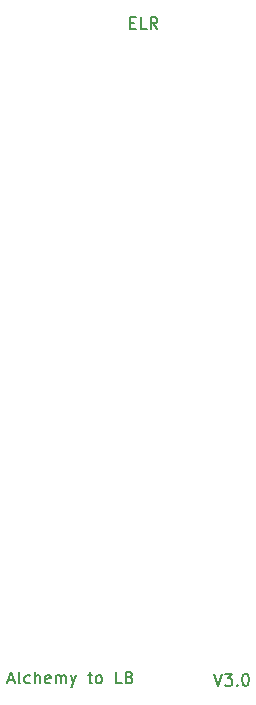
<source format=gto>
%TF.GenerationSoftware,KiCad,Pcbnew,(6.0.5)*%
%TF.CreationDate,2025-08-25T10:47:49+02:00*%
%TF.ProjectId,Alchemy_to_Landungsbruecke,416c6368-656d-4795-9f74-6f5f4c616e64,rev?*%
%TF.SameCoordinates,Original*%
%TF.FileFunction,Legend,Top*%
%TF.FilePolarity,Positive*%
%FSLAX46Y46*%
G04 Gerber Fmt 4.6, Leading zero omitted, Abs format (unit mm)*
G04 Created by KiCad (PCBNEW (6.0.5)) date 2025-08-25 10:47:49*
%MOMM*%
%LPD*%
G01*
G04 APERTURE LIST*
%ADD10C,0.150000*%
%ADD11R,1.700000X1.700000*%
%ADD12O,1.700000X1.700000*%
G04 APERTURE END LIST*
D10*
X150680952Y-72528571D02*
X151014285Y-72528571D01*
X151157142Y-73052380D02*
X150680952Y-73052380D01*
X150680952Y-72052380D01*
X151157142Y-72052380D01*
X152061904Y-73052380D02*
X151585714Y-73052380D01*
X151585714Y-72052380D01*
X152966666Y-73052380D02*
X152633333Y-72576190D01*
X152395238Y-73052380D02*
X152395238Y-72052380D01*
X152776190Y-72052380D01*
X152871428Y-72100000D01*
X152919047Y-72147619D01*
X152966666Y-72242857D01*
X152966666Y-72385714D01*
X152919047Y-72480952D01*
X152871428Y-72528571D01*
X152776190Y-72576190D01*
X152395238Y-72576190D01*
X157776190Y-127652380D02*
X158109523Y-128652380D01*
X158442857Y-127652380D01*
X158680952Y-127652380D02*
X159300000Y-127652380D01*
X158966666Y-128033333D01*
X159109523Y-128033333D01*
X159204761Y-128080952D01*
X159252380Y-128128571D01*
X159300000Y-128223809D01*
X159300000Y-128461904D01*
X159252380Y-128557142D01*
X159204761Y-128604761D01*
X159109523Y-128652380D01*
X158823809Y-128652380D01*
X158728571Y-128604761D01*
X158680952Y-128557142D01*
X159728571Y-128557142D02*
X159776190Y-128604761D01*
X159728571Y-128652380D01*
X159680952Y-128604761D01*
X159728571Y-128557142D01*
X159728571Y-128652380D01*
X160395238Y-127652380D02*
X160490476Y-127652380D01*
X160585714Y-127700000D01*
X160633333Y-127747619D01*
X160680952Y-127842857D01*
X160728571Y-128033333D01*
X160728571Y-128271428D01*
X160680952Y-128461904D01*
X160633333Y-128557142D01*
X160585714Y-128604761D01*
X160490476Y-128652380D01*
X160395238Y-128652380D01*
X160300000Y-128604761D01*
X160252380Y-128557142D01*
X160204761Y-128461904D01*
X160157142Y-128271428D01*
X160157142Y-128033333D01*
X160204761Y-127842857D01*
X160252380Y-127747619D01*
X160300000Y-127700000D01*
X160395238Y-127652380D01*
X140338095Y-128166666D02*
X140814285Y-128166666D01*
X140242857Y-128452380D02*
X140576190Y-127452380D01*
X140909523Y-128452380D01*
X141385714Y-128452380D02*
X141290476Y-128404761D01*
X141242857Y-128309523D01*
X141242857Y-127452380D01*
X142195238Y-128404761D02*
X142100000Y-128452380D01*
X141909523Y-128452380D01*
X141814285Y-128404761D01*
X141766666Y-128357142D01*
X141719047Y-128261904D01*
X141719047Y-127976190D01*
X141766666Y-127880952D01*
X141814285Y-127833333D01*
X141909523Y-127785714D01*
X142100000Y-127785714D01*
X142195238Y-127833333D01*
X142623809Y-128452380D02*
X142623809Y-127452380D01*
X143052380Y-128452380D02*
X143052380Y-127928571D01*
X143004761Y-127833333D01*
X142909523Y-127785714D01*
X142766666Y-127785714D01*
X142671428Y-127833333D01*
X142623809Y-127880952D01*
X143909523Y-128404761D02*
X143814285Y-128452380D01*
X143623809Y-128452380D01*
X143528571Y-128404761D01*
X143480952Y-128309523D01*
X143480952Y-127928571D01*
X143528571Y-127833333D01*
X143623809Y-127785714D01*
X143814285Y-127785714D01*
X143909523Y-127833333D01*
X143957142Y-127928571D01*
X143957142Y-128023809D01*
X143480952Y-128119047D01*
X144385714Y-128452380D02*
X144385714Y-127785714D01*
X144385714Y-127880952D02*
X144433333Y-127833333D01*
X144528571Y-127785714D01*
X144671428Y-127785714D01*
X144766666Y-127833333D01*
X144814285Y-127928571D01*
X144814285Y-128452380D01*
X144814285Y-127928571D02*
X144861904Y-127833333D01*
X144957142Y-127785714D01*
X145100000Y-127785714D01*
X145195238Y-127833333D01*
X145242857Y-127928571D01*
X145242857Y-128452380D01*
X145623809Y-127785714D02*
X145861904Y-128452380D01*
X146100000Y-127785714D02*
X145861904Y-128452380D01*
X145766666Y-128690476D01*
X145719047Y-128738095D01*
X145623809Y-128785714D01*
X147100000Y-127785714D02*
X147480952Y-127785714D01*
X147242857Y-127452380D02*
X147242857Y-128309523D01*
X147290476Y-128404761D01*
X147385714Y-128452380D01*
X147480952Y-128452380D01*
X147957142Y-128452380D02*
X147861904Y-128404761D01*
X147814285Y-128357142D01*
X147766666Y-128261904D01*
X147766666Y-127976190D01*
X147814285Y-127880952D01*
X147861904Y-127833333D01*
X147957142Y-127785714D01*
X148100000Y-127785714D01*
X148195238Y-127833333D01*
X148242857Y-127880952D01*
X148290476Y-127976190D01*
X148290476Y-128261904D01*
X148242857Y-128357142D01*
X148195238Y-128404761D01*
X148100000Y-128452380D01*
X147957142Y-128452380D01*
X149957142Y-128452380D02*
X149480952Y-128452380D01*
X149480952Y-127452380D01*
X150623809Y-127928571D02*
X150766666Y-127976190D01*
X150814285Y-128023809D01*
X150861904Y-128119047D01*
X150861904Y-128261904D01*
X150814285Y-128357142D01*
X150766666Y-128404761D01*
X150671428Y-128452380D01*
X150290476Y-128452380D01*
X150290476Y-127452380D01*
X150623809Y-127452380D01*
X150719047Y-127500000D01*
X150766666Y-127547619D01*
X150814285Y-127642857D01*
X150814285Y-127738095D01*
X150766666Y-127833333D01*
X150719047Y-127880952D01*
X150623809Y-127928571D01*
X150290476Y-127928571D01*
%LPC*%
D11*
%TO.C,J2*%
X163725000Y-126175000D03*
D12*
X166265000Y-126175000D03*
X163725000Y-123635000D03*
X166265000Y-123635000D03*
X163725000Y-121095000D03*
X166265000Y-121095000D03*
X163725000Y-118555000D03*
X166265000Y-118555000D03*
X163725000Y-116015000D03*
X166265000Y-116015000D03*
X163725000Y-113475000D03*
X166265000Y-113475000D03*
X163725000Y-110935000D03*
X166265000Y-110935000D03*
X163725000Y-108395000D03*
X166265000Y-108395000D03*
X163725000Y-105855000D03*
X166265000Y-105855000D03*
X163725000Y-103315000D03*
X166265000Y-103315000D03*
X163725000Y-100775000D03*
X166265000Y-100775000D03*
X163725000Y-98235000D03*
X166265000Y-98235000D03*
X163725000Y-95695000D03*
X166265000Y-95695000D03*
X163725000Y-93155000D03*
X166265000Y-93155000D03*
X163725000Y-90615000D03*
X166265000Y-90615000D03*
X163725000Y-88075000D03*
X166265000Y-88075000D03*
X163725000Y-85535000D03*
X166265000Y-85535000D03*
X163725000Y-82995000D03*
X166265000Y-82995000D03*
X163725000Y-80455000D03*
X166265000Y-80455000D03*
X163725000Y-77915000D03*
X166265000Y-77915000D03*
X163725000Y-75375000D03*
X166265000Y-75375000D03*
X163725000Y-72835000D03*
X166265000Y-72835000D03*
%TD*%
D11*
%TO.C,J1*%
X135730000Y-75370000D03*
D12*
X138270000Y-75370000D03*
X135730000Y-77910000D03*
X138270000Y-77910000D03*
X135730000Y-80450000D03*
X138270000Y-80450000D03*
X135730000Y-82990000D03*
X138270000Y-82990000D03*
X135730000Y-85530000D03*
X138270000Y-85530000D03*
X135730000Y-88070000D03*
X138270000Y-88070000D03*
X135730000Y-90610000D03*
X138270000Y-90610000D03*
X135730000Y-93150000D03*
X138270000Y-93150000D03*
X135730000Y-95690000D03*
X138270000Y-95690000D03*
X135730000Y-98230000D03*
X138270000Y-98230000D03*
X135730000Y-100770000D03*
X138270000Y-100770000D03*
X135730000Y-103310000D03*
X138270000Y-103310000D03*
X135730000Y-105850000D03*
X138270000Y-105850000D03*
X135730000Y-108390000D03*
X138270000Y-108390000D03*
X135730000Y-110930000D03*
X138270000Y-110930000D03*
X135730000Y-113470000D03*
X138270000Y-113470000D03*
X135730000Y-116010000D03*
X138270000Y-116010000D03*
X135730000Y-118550000D03*
X138270000Y-118550000D03*
X135730000Y-121090000D03*
X138270000Y-121090000D03*
X135730000Y-123630000D03*
X138270000Y-123630000D03*
%TD*%
M02*

</source>
